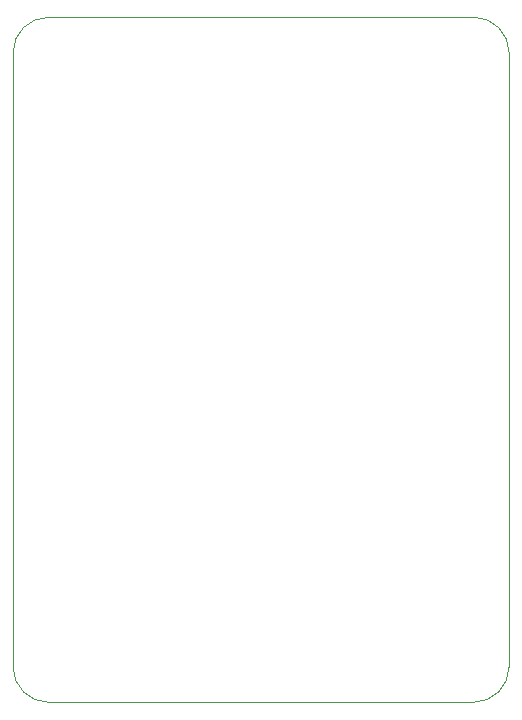
<source format=gbr>
%TF.GenerationSoftware,KiCad,Pcbnew,7.0.8*%
%TF.CreationDate,2023-11-06T16:26:03-06:00*%
%TF.ProjectId,KiCAD Design,4b694341-4420-4446-9573-69676e2e6b69,rev?*%
%TF.SameCoordinates,Original*%
%TF.FileFunction,Profile,NP*%
%FSLAX46Y46*%
G04 Gerber Fmt 4.6, Leading zero omitted, Abs format (unit mm)*
G04 Created by KiCad (PCBNEW 7.0.8) date 2023-11-06 16:26:03*
%MOMM*%
%LPD*%
G01*
G04 APERTURE LIST*
%TA.AperFunction,Profile*%
%ADD10C,0.100000*%
%TD*%
G04 APERTURE END LIST*
D10*
X143250000Y-123500000D02*
G75*
G03*
X146250000Y-126500000I3000000J0D01*
G01*
X185250000Y-71500000D02*
X185250000Y-123500000D01*
X146250000Y-126500000D02*
X182250000Y-126500000D01*
X146250000Y-68500000D02*
G75*
G03*
X143250000Y-71500000I0J-3000000D01*
G01*
X182250000Y-68500000D02*
X146250000Y-68500000D01*
X143250000Y-71500000D02*
X143250000Y-123500000D01*
X182250000Y-126500000D02*
G75*
G03*
X185250000Y-123500000I0J3000000D01*
G01*
X185250000Y-71500000D02*
G75*
G03*
X182250000Y-68500000I-3000000J0D01*
G01*
M02*

</source>
